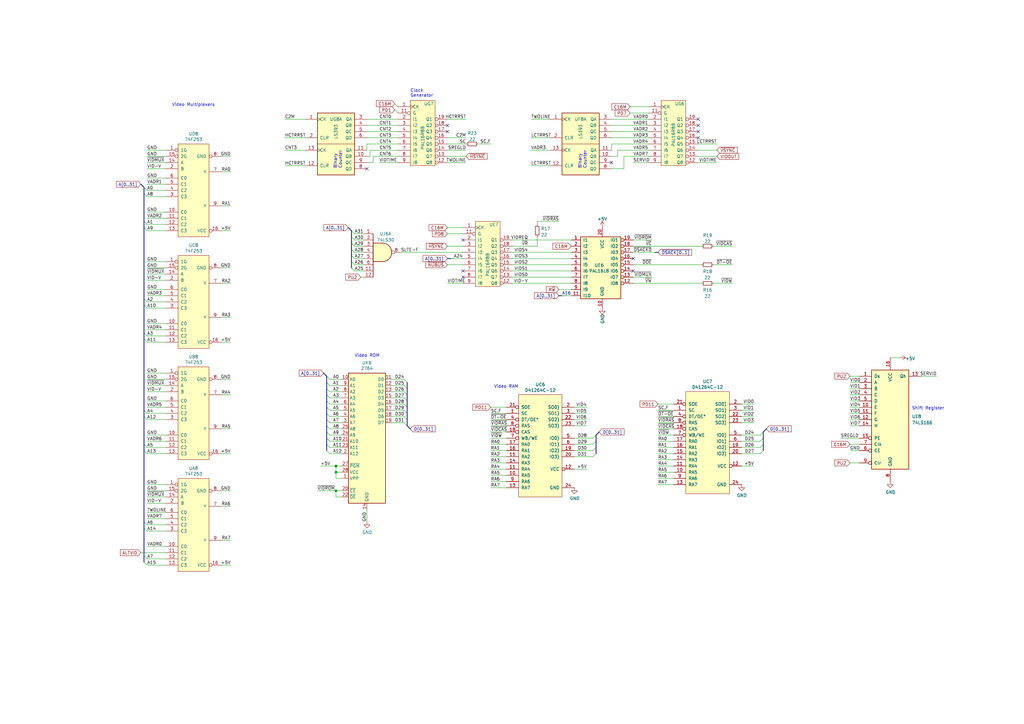
<source format=kicad_sch>
(kicad_sch (version 20230121) (generator eeschema)
  (paper "A3")
  (title_block (title "ROM & RAM Address Muxes") (date "2022-10-15") (rev "5") (company "Simplified by James Wood — j-w.co"))
  (lib_symbols
    (symbol "74xx:74LS166" (pin_names (offset 1.016))
      (property "Reference" "U" (at -7.62 21.59 0))
      (property "Value" "74LS166" (at -7.62 -21.59 0))
      (symbol "74LS166_1_0"
        (pin input line (at -12.7 17.78 0) (length 5.08) (name "Ds") (number "1"))
        (pin input line (at -12.7 5.08 0) (length 5.08) (name "E") (number "10"))
        (pin input line (at -12.7 2.54 0) (length 5.08) (name "F") (number "11"))
        (pin input line (at -12.7 0 0) (length 5.08) (name "G") (number "12"))
        (pin output line (at 12.7 17.78 180) (length 5.08) (name "Qh") (number "13"))
        (pin input line (at -12.7 -2.54 0) (length 5.08) (name "H") (number "14"))
        (pin input inverted (at -12.7 -7.62 0) (length 5.08) (name "PE") (number "15"))
        (pin power_in line (at 0 25.4 270) (length 5.08) (name "VCC") (number "16"))
        (pin input line (at -12.7 15.24 0) (length 5.08) (name "A") (number "2"))
        (pin input line (at -12.7 12.7 0) (length 5.08) (name "B") (number "3"))
        (pin input line (at -12.7 10.16 0) (length 5.08) (name "C") (number "4"))
        (pin input line (at -12.7 7.62 0) (length 5.08) (name "D") (number "5"))
        (pin input inverted (at -12.7 -12.7 0) (length 5.08) (name "CE") (number "6"))
        (pin input line (at -12.7 -10.16 0) (length 5.08) (name "Clk") (number "7"))
        (pin power_in line (at 0 -25.4 90) (length 5.08) (name "GND") (number "8"))
        (pin input inverted (at -12.7 -17.78 0) (length 5.08) (name "Clr") (number "9"))
      )
    )
    (symbol "74xx:74LS30" (pin_names (offset 1.016))
      (property "Reference" "U" (at 0 1.27 0))
      (property "Value" "74LS30" (at 0 -1.27 0))
      (symbol "74LS30_1_1"
        (pin input line (at -7.62 7.62 0) (length 3.81) (name "~") (number "1"))
        (pin input line (at -7.62 -7.62 0) (length 3.81) (name "~") (number "11"))
        (pin input line (at -7.62 -10.16 0) (length 3.81) (name "~") (number "12"))
        (pin input line (at -7.62 5.08 0) (length 3.81) (name "~") (number "2"))
        (pin input line (at -7.62 2.54 0) (length 3.81) (name "~") (number "3"))
        (pin input line (at -7.62 0 0) (length 3.81) (name "~") (number "4"))
        (pin input line (at -7.62 -2.54 0) (length 3.81) (name "~") (number "5"))
        (pin input line (at -7.62 -5.08 0) (length 3.81) (name "~") (number "6"))
        (pin output inverted (at 7.62 0 180) (length 3.81) (name "~") (number "8"))
      )
      (symbol "74LS30_1_2"
        (pin input inverted (at -7.62 7.62 0) (length 3.81) (name "~") (number "1"))
        (pin input inverted (at -7.62 -7.62 0) (length 3.81) (name "~") (number "11"))
        (pin input inverted (at -7.62 -10.16 0) (length 3.81) (name "~") (number "12"))
        (pin input inverted (at -7.62 5.08 0) (length 3.81) (name "~") (number "2"))
        (pin input inverted (at -7.62 2.54 0) (length 4.5466) (name "~") (number "3"))
        (pin input inverted (at -7.62 0 0) (length 5.08) (name "~") (number "4"))
        (pin input inverted (at -7.62 -2.54 0) (length 4.5466) (name "~") (number "5"))
        (pin input inverted (at -7.62 -5.08 0) (length 3.81) (name "~") (number "6"))
        (pin output line (at 7.62 0 180) (length 3.81) (name "~") (number "8"))
      )
      (symbol "74LS30_2_0"
        (pin power_in line (at 0 12.7 270) (length 5.08) (name "VCC") (number "14"))
        (pin power_in line (at 0 -12.7 90) (length 5.08) (name "GND") (number "7"))
      )
    )
    (symbol "Device:R_Small" (pin_numbers hide) (pin_names (offset 0.254) hide)
      (property "Reference" "R" (at 0.762 0.508 0))
      (property "Value" "R_Small" (at 0.762 -1.016 0))
      (symbol "R_Small_1_1"
        (pin passive line (at 0 2.54 270) (length 0.762) (name "~") (number "1"))
        (pin passive line (at 0 -2.54 90) (length 0.762) (name "~") (number "2"))
      )
    )
    (symbol "Logic_Programmable:PAL16L8" (pin_names (offset 1.016))
      (property "Reference" "U" (at -8.89 16.51 0))
      (property "Value" "PAL16L8" (at 1.27 16.51 0))
      (symbol "PAL16L8_0_0"
        (pin power_in line (at 0 -15.24 90) (length 3.81) (name "GND") (number "10"))
        (pin power_in line (at 0 17.78 270) (length 3.81) (name "VCC") (number "20"))
      )
      (symbol "PAL16L8_1_1"
        (pin input line (at -12.7 12.7 0) (length 3.81) (name "I1") (number "1"))
        (pin input line (at -12.7 -10.16 0) (length 3.81) (name "I10") (number "11"))
        (pin tri_state inverted (at 12.7 -5.08 180) (length 5.08) (name "IO8") (number "12"))
        (pin tri_state inverted (at 12.7 -2.54 180) (length 5.08) (name "IO7") (number "13"))
        (pin tri_state inverted (at 12.7 0 180) (length 5.08) (name "IO6") (number "14"))
        (pin tri_state inverted (at 12.7 2.54 180) (length 5.08) (name "IO5") (number "15"))
        (pin tri_state inverted (at 12.7 5.08 180) (length 5.08) (name "IO4") (number "16"))
        (pin tri_state inverted (at 12.7 7.62 180) (length 5.08) (name "I03") (number "17"))
        (pin tri_state inverted (at 12.7 10.16 180) (length 5.08) (name "IO2") (number "18"))
        (pin tri_state inverted (at 12.7 12.7 180) (length 5.08) (name "IO1") (number "19"))
        (pin input line (at -12.7 10.16 0) (length 3.81) (name "I2") (number "2"))
        (pin input line (at -12.7 7.62 0) (length 3.81) (name "I3") (number "3"))
        (pin input line (at -12.7 5.08 0) (length 3.81) (name "I4") (number "4"))
        (pin input line (at -12.7 2.54 0) (length 3.81) (name "I5") (number "5"))
        (pin input line (at -12.7 0 0) (length 3.81) (name "I6") (number "6"))
        (pin input line (at -12.7 -2.54 0) (length 3.81) (name "I7") (number "7"))
        (pin input line (at -12.7 -5.08 0) (length 3.81) (name "I8") (number "8"))
        (pin input line (at -12.7 -7.62 0) (length 3.81) (name "I9") (number "9"))
      )
    )
    (symbol "Macintosh-SE30-Main-Logic-Board-rescue:2764-Memory_EPROM"
      (property "Reference" "U" (at 0 26.67 0))
      (property "Value" "Macintosh-SE30-Main-Logic-Board-rescue_2764-Memory_EPROM" (at -2.54 24.13 0))
      (symbol "2764-Memory_EPROM_1_1"
        (pin input line (at -10.16 -20.32 0) (length 2.54) (name "VPP") (number "1"))
        (pin input line (at -10.16 20.32 0) (length 2.54) (name "A0") (number "10"))
        (pin tri_state line (at 10.16 20.32 180) (length 2.54) (name "D0") (number "11"))
        (pin tri_state line (at 10.16 17.78 180) (length 2.54) (name "D1") (number "12"))
        (pin tri_state line (at 10.16 15.24 180) (length 2.54) (name "D2") (number "13"))
        (pin power_in line (at 0 -33.02 90) (length 2.54) (name "GND") (number "14"))
        (pin tri_state line (at 10.16 12.7 180) (length 2.54) (name "D3") (number "15"))
        (pin tri_state line (at 10.16 10.16 180) (length 2.54) (name "D4") (number "16"))
        (pin tri_state line (at 10.16 7.62 180) (length 2.54) (name "D5") (number "17"))
        (pin tri_state line (at 10.16 5.08 180) (length 2.54) (name "D6") (number "18"))
        (pin tri_state line (at 10.16 2.54 180) (length 2.54) (name "D7") (number "19"))
        (pin input line (at -10.16 -10.16 0) (length 2.54) (name "A12") (number "2"))
        (pin input line (at -10.16 -25.4 0) (length 2.54) (name "~{CE}") (number "20"))
        (pin input line (at -10.16 -5.08 0) (length 2.54) (name "A10") (number "21"))
        (pin input line (at -10.16 -27.94 0) (length 2.54) (name "~{OE}") (number "22"))
        (pin input line (at -10.16 -7.62 0) (length 2.54) (name "A11") (number "23"))
        (pin input line (at -10.16 -2.54 0) (length 2.54) (name "A9") (number "24"))
        (pin input line (at -10.16 0 0) (length 2.54) (name "A8") (number "25"))
        (pin no_connect line (at 7.62 0 180) (length 2.54) hide (name "NC") (number "26"))
        (pin input line (at -10.16 -15.24 0) (length 2.54) (name "~{PGM}") (number "27"))
        (pin power_in line (at -10.16 -17.78 0) (length 2.54) (name "VCC") (number "28"))
        (pin input line (at -10.16 2.54 0) (length 2.54) (name "A7") (number "3"))
        (pin input line (at -10.16 5.08 0) (length 2.54) (name "A6") (number "4"))
        (pin input line (at -10.16 7.62 0) (length 2.54) (name "A5") (number "5"))
        (pin input line (at -10.16 10.16 0) (length 2.54) (name "A4") (number "6"))
        (pin input line (at -10.16 12.7 0) (length 2.54) (name "A3") (number "7"))
        (pin input line (at -10.16 15.24 0) (length 2.54) (name "A2") (number "8"))
        (pin input line (at -10.16 17.78 0) (length 2.54) (name "A1") (number "9"))
      )
    )
    (symbol "Macintosh_SE_30_Components:74F253" (pin_names (offset 1.016))
      (property "Reference" "U" (at 6.35 2.54 0))
      (property "Value" "74F253" (at 6.35 0 0))
      (symbol "74F253_1_0"
        (pin passive inverted (at -5.08 -3.81 0) (length 5.08) (name "1G") (number "1"))
        (pin passive line (at -5.08 -29.21 0) (length 5.08) (name "C0") (number "10"))
        (pin passive line (at -5.08 -31.75 0) (length 5.08) (name "C1") (number "11"))
        (pin passive line (at -5.08 -34.29 0) (length 5.08) (name "C2") (number "12"))
        (pin passive line (at -5.08 -36.83 0) (length 5.08) (name "C3") (number "13"))
        (pin passive line (at -5.08 -8.89 0) (length 5.08) (name "A") (number "14"))
        (pin passive inverted (at -5.08 -6.35 0) (length 5.08) (name "2G") (number "15"))
        (pin power_in inverted (at 17.78 -36.83 180) (length 5.08) (name "VCC") (number "16"))
        (pin passive line (at -5.08 -11.43 0) (length 5.08) (name "B") (number "2"))
        (pin passive line (at -5.08 -22.86 0) (length 5.08) (name "C3") (number "3"))
        (pin passive line (at -5.08 -20.32 0) (length 5.08) (name "C2") (number "4"))
        (pin passive line (at -5.08 -17.78 0) (length 5.08) (name "C1") (number "5"))
        (pin passive line (at -5.08 -15.24 0) (length 5.08) (name "C0") (number "6"))
        (pin passive line (at 17.78 -12.7 180) (length 5.08) (name "Y") (number "7"))
        (pin passive inverted (at 17.78 -6.35 180) (length 5.08) (name "GND") (number "8"))
        (pin passive line (at 17.78 -26.67 180) (length 5.08) (name "Y") (number "9"))
      )
    )
    (symbol "Macintosh_SE_30_Components:D41264C-12" (pin_names (offset 1.016))
      (property "Reference" "U" (at 2.54 3.81 0))
      (property "Value" "D41264C-12" (at 3.81 0 0))
      (symbol "D41264C-12_1_0"
        (pin passive line (at -10.16 -8.89 0) (length 5.08) (name "SC") (number "1"))
        (pin passive line (at -10.16 -34.29 0) (length 5.08) (name "RA5") (number "10"))
        (pin passive line (at -10.16 -31.75 0) (length 5.08) (name "RA4") (number "11"))
        (pin power_in inverted (at 17.78 -31.75 180) (length 5.08) (name "VCC") (number "12"))
        (pin passive line (at -10.16 -39.37 0) (length 5.08) (name "RA7") (number "13"))
        (pin passive line (at -10.16 -29.21 0) (length 5.08) (name "RA3") (number "14"))
        (pin passive line (at -10.16 -26.67 0) (length 5.08) (name "RA2") (number "15"))
        (pin passive line (at -10.16 -24.13 0) (length 5.08) (name "RA1") (number "16"))
        (pin passive line (at -10.16 -21.59 0) (length 5.08) (name "RA0") (number "17"))
        (pin passive inverted (at -10.16 -16.51 0) (length 5.08) (name "CAS") (number "18"))
        (pin passive line (at 17.78 -24.13 180) (length 5.08) (name "IO2)") (number "19"))
        (pin passive line (at 17.78 -6.35 180) (length 5.08) (name "SO0)") (number "2"))
        (pin passive line (at 17.78 -26.67 180) (length 5.08) (name "IO3)") (number "20"))
        (pin passive inverted (at -10.16 -6.35 0) (length 5.08) (name "SOE") (number "21"))
        (pin passive line (at 17.78 -11.43 180) (length 5.08) (name "SO2)") (number "22"))
        (pin passive line (at 17.78 -13.97 180) (length 5.08) (name "SO3)") (number "23"))
        (pin passive line (at 17.78 -39.37 180) (length 5.08) (name "GND") (number "24"))
        (pin passive line (at 17.78 -8.89 180) (length 5.08) (name "SO1)") (number "3"))
        (pin passive inverted (at -10.16 -11.43 0) (length 5.08) (name "DT/OE*") (number "4"))
        (pin passive line (at 17.78 -19.05 180) (length 5.08) (name "IO0)") (number "5"))
        (pin passive line (at 17.78 -21.59 180) (length 5.08) (name "IO1)") (number "6"))
        (pin passive inverted (at -10.16 -19.05 0) (length 5.08) (name "WB/WE") (number "7"))
        (pin passive inverted (at -10.16 -13.97 0) (length 5.08) (name "RAS") (number "8"))
        (pin passive line (at -10.16 -36.83 0) (length 5.08) (name "RA6") (number "9"))
      )
    )
    (symbol "Macintosh_SE_30_Components:LS393" (pin_names (offset 1.016))
      (property "Reference" "U" (at 0 8.89 0))
      (property "Value" "LS393" (at 0 6.35 0))
      (symbol "LS393_1_0"
        (pin input clock (at -12.7 2.54 0) (length 5.08) (name "CK") (number "1"))
        (pin output line (at 12.7 -12.7 180) (length 5.08) (name "QB") (number "10"))
        (pin output line (at 12.7 -10.16 180) (length 5.08) (name "QA") (number "11"))
        (pin passive line (at -12.7 -16.51 0) (length 5.08) (name "CLR") (number "12"))
        (pin input clock (at -12.7 -10.16 0) (length 5.08) (name "CK") (number "13"))
        (pin input line (at -12.7 -5.08 0) (length 5.08) (name "CLR") (number "2"))
        (pin output line (at 12.7 2.54 180) (length 5.08) (name "QA") (number "3"))
        (pin output line (at 12.7 0 180) (length 5.08) (name "QB") (number "4"))
        (pin output line (at 12.7 -2.54 180) (length 5.08) (name "QC") (number "5"))
        (pin output line (at 12.7 -5.08 180) (length 5.08) (name "QD") (number "6"))
        (pin output line (at 12.7 -17.78 180) (length 5.08) (name "QD") (number "8"))
        (pin output line (at 12.7 -15.24 180) (length 5.08) (name "QC") (number "9"))
      )
      (symbol "LS393_2_0"
        (pin output line (at 12.7 0 180) (length 5.08) (name "Q1") (number "10"))
        (pin output line (at 12.7 2.54 180) (length 5.08) (name "Q0") (number "11"))
        (pin input line (at -12.7 -5.08 0) (length 5.08) (name "MR") (number "12"))
        (pin input clock (at -12.7 2.54 0) (length 5.08) (name "CP") (number "13"))
        (pin output line (at 12.7 -5.08 180) (length 5.08) (name "Q3") (number "8"))
        (pin output line (at 12.7 -2.54 180) (length 5.08) (name "Q2") (number "9"))
      )
      (symbol "LS393_3_0"
        (pin power_in line (at 0 12.7 270) (length 5.08) (name "VCC") (number "14"))
        (pin power_in line (at 0 -12.7 90) (length 5.08) (name "GND") (number "7"))
      )
    )
    (symbol "Macintosh_SE_30_Components:PAL16R8B" (pin_names (offset 1.016))
      (property "Reference" "U" (at 2.54 -30.48 0))
      (property "Value" "PAL16R8B" (at 0 0 0))
      (symbol "PAL16R8B_1_0"
        (pin input clock (at -7.62 -3.81 0) (length 5.08) (name "CK") (number "1"))
        (pin passive inverted (at -7.62 -6.35 0) (length 5.08) (name "G") (number "11"))
        (pin passive inverted (at 12.7 -26.67 180) (length 5.08) (name "Q8") (number "12"))
        (pin passive inverted (at 12.7 -24.13 180) (length 5.08) (name "Q7") (number "13"))
        (pin passive inverted (at 12.7 -21.59 180) (length 5.08) (name "Q6") (number "14"))
        (pin passive inverted (at 12.7 -19.05 180) (length 5.08) (name "Q5") (number "15"))
        (pin passive inverted (at 12.7 -16.51 180) (length 5.08) (name "Q4") (number "16"))
        (pin passive inverted (at 12.7 -13.97 180) (length 5.08) (name "Q3") (number "17"))
        (pin passive inverted (at 12.7 -11.43 180) (length 5.08) (name "Q2") (number "18"))
        (pin passive inverted (at 12.7 -8.89 180) (length 5.08) (name "Q1") (number "19"))
        (pin passive line (at -7.62 -8.89 0) (length 5.08) (name "I1") (number "2"))
        (pin passive line (at -7.62 -11.43 0) (length 5.08) (name "I2") (number "3"))
        (pin passive line (at -7.62 -13.97 0) (length 5.08) (name "I3") (number "4"))
        (pin passive line (at -7.62 -16.51 0) (length 5.08) (name "I4") (number "5"))
        (pin passive line (at -7.62 -19.05 0) (length 5.08) (name "I5") (number "6"))
        (pin passive line (at -7.62 -21.59 0) (length 5.08) (name "I6") (number "7"))
        (pin passive line (at -7.62 -24.13 0) (length 5.08) (name "I7") (number "8"))
        (pin passive line (at -7.62 -26.67 0) (length 5.08) (name "I8") (number "9"))
      )
    )
    (symbol "power:+5V" (power) (pin_names (offset 0))
      (property "Value" "+5V" (at 0 3.556 0))
      (symbol "+5V_1_1"
        (pin power_in line (at 0 0 90) (length 0) hide (name "+5V") (number "1"))
      )
    )
    (symbol "power:GND" (power) (pin_names (offset 0))
      (property "Value" "GND" (at 0 -3.81 0))
      (symbol "GND_1_1"
        (pin power_in line (at 0 0 270) (length 0) hide (name "GND") (number "1"))
      )
    )
  )
  (junction (at 137.795 191.135))
  (junction (at 137.795 201.295))
  (junction (at 137.795 193.675))
  (no_connect (at 189.865 113.665))
  (no_connect (at 286.385 56.515))
  (no_connect (at 259.715 111.125))
  (no_connect (at 286.385 48.895))
  (no_connect (at 250.825 66.675))
  (no_connect (at 189.865 98.425))
  (no_connect (at 286.385 51.435))
  (no_connect (at 259.715 106.045))
  (no_connect (at 150.495 69.215))
  (no_connect (at 183.515 53.975))
  (no_connect (at 183.515 51.435))
  (no_connect (at 286.385 53.975))
  (no_connect (at 189.865 111.125))
  (bus_entry (at 59.055 170.815) (size 1.27 1.27))
  (bus_entry (at 133.985 154.305) (size 1.27 1.27))
  (bus_entry (at 59.055 216.535) (size 1.27 1.27))
  (bus_entry (at 133.985 169.545) (size 1.27 1.27))
  (bus_entry (at 133.985 172.085) (size 1.27 1.27))
  (bus_entry (at 133.985 184.785) (size 1.27 1.27))
  (bus_entry (at 144.145 109.855) (size 1.27 1.27))
  (bus_entry (at 186.055 106.045) (size -1.27 0))
  (bus_entry (at 59.055 227.965) (size 1.27 1.27))
  (bus_entry (at 59.055 122.555) (size 1.27 1.27))
  (bus_entry (at 167.005 164.465) (size -1.27 -1.27))
  (bus_entry (at 231.775 121.285) (size -1.27 0))
  (bus_entry (at 167.005 174.625) (size -1.27 -1.27))
  (bus_entry (at 133.985 164.465) (size 1.27 1.27))
  (bus_entry (at 59.055 136.525) (size 1.27 1.27))
  (bus_entry (at 267.335 103.505) (size 1.27 0))
  (bus_entry (at 59.055 213.995) (size 1.27 1.27))
  (bus_entry (at 244.475 180.975) (size -1.27 1.27))
  (bus_entry (at 133.985 156.845) (size 1.27 1.27))
  (bus_entry (at 59.055 79.375) (size 1.27 1.27))
  (bus_entry (at 59.055 230.505) (size 1.27 1.27))
  (bus_entry (at 144.145 104.775) (size 1.27 1.27))
  (bus_entry (at 167.005 167.005) (size -1.27 -1.27))
  (bus_entry (at 167.005 161.925) (size -1.27 -1.27))
  (bus_entry (at 133.985 182.245) (size 1.27 1.27))
  (bus_entry (at 313.055 182.245) (size -1.27 1.27))
  (bus_entry (at 59.055 93.345) (size 1.27 1.27))
  (bus_entry (at 144.145 102.235) (size 1.27 1.27))
  (bus_entry (at 133.985 161.925) (size 1.27 1.27))
  (bus_entry (at 313.055 184.785) (size -1.27 1.27))
  (bus_entry (at 59.055 90.805) (size 1.27 1.27))
  (bus_entry (at 59.055 139.065) (size 1.27 1.27))
  (bus_entry (at 167.005 172.085) (size -1.27 -1.27))
  (bus_entry (at 144.145 94.615) (size 1.27 1.27))
  (bus_entry (at 167.005 156.845) (size -1.27 -1.27))
  (bus_entry (at 133.985 179.705) (size 1.27 1.27))
  (bus_entry (at 133.985 177.165) (size 1.27 1.27))
  (bus_entry (at 144.145 107.315) (size 1.27 1.27))
  (bus_entry (at 59.055 168.275) (size 1.27 1.27))
  (bus_entry (at 231.775 121.285) (size -1.27 0))
  (bus_entry (at 133.985 174.625) (size 1.27 1.27))
  (bus_entry (at 244.475 186.055) (size -1.27 1.27))
  (bus_entry (at 167.005 169.545) (size -1.27 -1.27))
  (bus_entry (at 313.055 177.165) (size -1.27 1.27))
  (bus_entry (at 59.055 76.835) (size 1.27 1.27))
  (bus_entry (at 144.145 99.695) (size 1.27 1.27))
  (bus_entry (at 244.475 178.435) (size -1.27 1.27))
  (bus_entry (at 59.055 184.785) (size 1.27 1.27))
  (bus_entry (at 59.055 182.245) (size 1.27 1.27))
  (bus_entry (at 133.985 167.005) (size 1.27 1.27))
  (bus_entry (at 167.005 159.385) (size -1.27 -1.27))
  (bus_entry (at 144.145 97.155) (size 1.27 1.27))
  (bus_entry (at 313.055 179.705) (size -1.27 1.27))
  (bus_entry (at 59.055 125.095) (size 1.27 1.27))
  (bus_entry (at 244.475 183.515) (size -1.27 1.27))
  (bus_entry (at 133.985 159.385) (size 1.27 1.27))
  (bus (pts (xy 313.055 182.245) (xy 313.055 184.785)))
  (wire (pts (xy 90.805 116.205) (xy 94.615 116.205)))
  (wire (pts (xy 258.445 43.815) (xy 266.065 43.815)))
  (wire (pts (xy 67.945 183.515) (xy 60.325 183.515)))
  (wire (pts (xy 94.615 94.615) (xy 90.805 94.615)))
  (wire (pts (xy 255.905 69.215) (xy 255.905 64.135)))
  (wire (pts (xy 235.585 172.085) (xy 240.665 172.085)))
  (wire (pts (xy 235.585 169.545) (xy 240.665 169.545)))
  (wire (pts (xy 57.785 226.695) (xy 67.945 226.695)))
  (wire (pts (xy 259.715 66.675) (xy 266.065 66.675)))
  (wire (pts (xy 217.805 56.515) (xy 225.425 56.515)))
  (wire (pts (xy 294.005 61.595) (xy 286.385 61.595)))
  (wire (pts (xy 130.175 201.295) (xy 137.795 201.295)))
  (bus (pts (xy 133.985 169.545) (xy 133.985 172.085)))
  (wire (pts (xy 140.335 168.275) (xy 135.255 168.275)))
  (wire (pts (xy 255.905 64.135) (xy 266.065 64.135)))
  (wire (pts (xy 201.295 200.025) (xy 207.645 200.025)))
  (bus (pts (xy 167.005 164.465) (xy 167.005 161.925)))
  (wire (pts (xy 210.185 116.205) (xy 234.315 116.205)))
  (wire (pts (xy 201.295 189.865) (xy 207.645 189.865)))
  (wire (pts (xy 150.495 51.435) (xy 163.195 51.435)))
  (wire (pts (xy 137.795 191.135) (xy 140.335 191.135)))
  (wire (pts (xy 220.345 90.805) (xy 229.235 90.805)))
  (wire (pts (xy 150.495 66.675) (xy 153.035 66.675)))
  (bus (pts (xy 133.985 172.085) (xy 133.985 174.625)))
  (bus (pts (xy 245.745 177.165) (xy 244.475 178.435)))
  (bus (pts (xy 167.005 172.085) (xy 167.005 169.545)))
  (wire (pts (xy 229.235 118.745) (xy 234.315 118.745)))
  (wire (pts (xy 201.295 182.245) (xy 207.645 182.245)))
  (bus (pts (xy 144.145 102.235) (xy 144.145 104.775)))
  (wire (pts (xy 137.795 196.215) (xy 140.335 196.215)))
  (bus (pts (xy 244.475 180.975) (xy 244.475 183.515)))
  (wire (pts (xy 90.805 221.615) (xy 94.615 221.615)))
  (wire (pts (xy 150.495 48.895) (xy 163.195 48.895)))
  (wire (pts (xy 294.005 66.675) (xy 286.385 66.675)))
  (wire (pts (xy 153.035 66.675) (xy 153.035 64.135)))
  (wire (pts (xy 60.325 126.365) (xy 67.945 126.365)))
  (wire (pts (xy 348.615 189.865) (xy 352.425 189.865)))
  (wire (pts (xy 269.875 188.595) (xy 276.225 188.595)))
  (wire (pts (xy 235.585 179.705) (xy 243.205 179.705)))
  (wire (pts (xy 201.295 184.785) (xy 207.645 184.785)))
  (wire (pts (xy 201.295 187.325) (xy 207.645 187.325)))
  (bus (pts (xy 59.055 170.815) (xy 59.055 168.275)))
  (bus (pts (xy 144.145 99.695) (xy 144.145 102.235)))
  (wire (pts (xy 94.615 130.175) (xy 90.805 130.175)))
  (wire (pts (xy 94.615 175.895) (xy 90.805 175.895)))
  (wire (pts (xy 116.84 56.515) (xy 125.095 56.515)))
  (wire (pts (xy 250.825 53.975) (xy 266.065 53.975)))
  (wire (pts (xy 116.84 67.945) (xy 125.095 67.945)))
  (wire (pts (xy 183.515 100.965) (xy 189.865 100.965)))
  (wire (pts (xy 258.445 46.355) (xy 266.065 46.355)))
  (wire (pts (xy 352.425 164.465) (xy 348.615 164.465)))
  (wire (pts (xy 292.735 116.205) (xy 300.355 116.205)))
  (wire (pts (xy 94.615 64.135) (xy 90.805 64.135)))
  (wire (pts (xy 60.325 61.595) (xy 67.945 61.595)))
  (bus (pts (xy 59.055 122.555) (xy 59.055 125.095)))
  (wire (pts (xy 60.325 118.745) (xy 67.945 118.745)))
  (wire (pts (xy 269.875 178.435) (xy 276.225 178.435)))
  (wire (pts (xy 137.795 193.675) (xy 137.795 196.215)))
  (wire (pts (xy 183.515 48.895) (xy 191.135 48.895)))
  (bus (pts (xy 59.055 182.245) (xy 59.055 170.815)))
  (wire (pts (xy 207.645 172.085) (xy 201.295 172.085)))
  (wire (pts (xy 269.875 193.675) (xy 276.225 193.675)))
  (bus (pts (xy 167.005 167.005) (xy 167.005 164.465)))
  (wire (pts (xy 269.875 191.135) (xy 276.225 191.135)))
  (bus (pts (xy 57.785 75.565) (xy 59.055 76.835)))
  (wire (pts (xy 344.805 179.705) (xy 352.425 179.705)))
  (wire (pts (xy 269.875 180.975) (xy 276.225 180.975)))
  (wire (pts (xy 269.875 183.515) (xy 276.225 183.515)))
  (wire (pts (xy 210.185 100.965) (xy 220.345 100.965)))
  (wire (pts (xy 183.515 56.515) (xy 191.135 56.515)))
  (wire (pts (xy 234.315 98.425) (xy 210.185 98.425)))
  (bus (pts (xy 244.475 183.515) (xy 244.475 186.055)))
  (bus (pts (xy 314.325 175.895) (xy 313.055 177.165)))
  (bus (pts (xy 59.055 216.535) (xy 59.055 213.995)))
  (wire (pts (xy 201.295 197.485) (xy 207.645 197.485)))
  (wire (pts (xy 259.715 103.505) (xy 267.335 103.505)))
  (wire (pts (xy 160.655 165.735) (xy 165.735 165.735)))
  (wire (pts (xy 240.665 174.625) (xy 235.585 174.625)))
  (wire (pts (xy 304.165 186.055) (xy 311.785 186.055)))
  (wire (pts (xy 234.315 111.125) (xy 210.185 111.125)))
  (wire (pts (xy 217.805 67.945) (xy 225.425 67.945)))
  (wire (pts (xy 67.945 78.105) (xy 60.325 78.105)))
  (wire (pts (xy 90.805 207.645) (xy 94.615 207.645)))
  (wire (pts (xy 151.765 61.595) (xy 163.195 61.595)))
  (wire (pts (xy 67.945 75.565) (xy 60.325 75.565)))
  (wire (pts (xy 160.655 163.195) (xy 165.735 163.195)))
  (wire (pts (xy 67.945 180.975) (xy 60.325 180.975)))
  (wire (pts (xy 191.135 66.675) (xy 183.515 66.675)))
  (bus (pts (xy 268.605 103.505) (xy 269.875 103.505)))
  (wire (pts (xy 60.325 160.655) (xy 67.945 160.655)))
  (wire (pts (xy 207.645 179.705) (xy 201.295 179.705)))
  (bus (pts (xy 59.055 125.095) (xy 59.055 136.525)))
  (wire (pts (xy 196.215 59.055) (xy 201.295 59.055)))
  (wire (pts (xy 94.615 140.335) (xy 90.805 140.335)))
  (wire (pts (xy 231.775 121.285) (xy 234.315 121.285)))
  (wire (pts (xy 304.165 173.355) (xy 309.245 173.355)))
  (wire (pts (xy 140.335 180.975) (xy 135.255 180.975)))
  (wire (pts (xy 140.335 203.835) (xy 137.795 203.835)))
  (wire (pts (xy 235.585 182.245) (xy 243.205 182.245)))
  (wire (pts (xy 67.945 186.055) (xy 60.325 186.055)))
  (wire (pts (xy 311.785 178.435) (xy 304.165 178.435)))
  (wire (pts (xy 67.945 135.255) (xy 60.325 135.255)))
  (wire (pts (xy 60.325 164.465) (xy 67.945 164.465)))
  (wire (pts (xy 217.805 48.895) (xy 225.425 48.895)))
  (wire (pts (xy 269.875 170.815) (xy 276.225 170.815)))
  (wire (pts (xy 300.355 108.585) (xy 292.735 108.585)))
  (bus (pts (xy 133.985 154.305) (xy 132.715 153.035)))
  (wire (pts (xy 183.515 95.885) (xy 189.865 95.885)))
  (bus (pts (xy 59.055 230.505) (xy 59.055 227.965)))
  (wire (pts (xy 116.84 48.895) (xy 125.095 48.895)))
  (wire (pts (xy 67.945 94.615) (xy 60.325 94.615)))
  (wire (pts (xy 287.655 108.585) (xy 259.715 108.585)))
  (bus (pts (xy 167.005 174.625) (xy 167.005 172.085)))
  (bus (pts (xy 167.005 169.545) (xy 167.005 167.005)))
  (wire (pts (xy 60.325 86.995) (xy 67.945 86.995)))
  (wire (pts (xy 94.615 109.855) (xy 90.805 109.855)))
  (wire (pts (xy 60.325 132.715) (xy 67.945 132.715)))
  (bus (pts (xy 168.275 175.895) (xy 167.005 174.625)))
  (wire (pts (xy 304.165 183.515) (xy 311.785 183.515)))
  (wire (pts (xy 300.355 100.965) (xy 292.735 100.965)))
  (bus (pts (xy 144.145 104.775) (xy 144.145 107.315)))
  (wire (pts (xy 60.325 178.435) (xy 67.945 178.435)))
  (wire (pts (xy 259.715 116.205) (xy 287.655 116.205)))
  (wire (pts (xy 304.165 168.275) (xy 309.245 168.275)))
  (wire (pts (xy 287.655 100.965) (xy 259.715 100.965)))
  (wire (pts (xy 94.615 201.295) (xy 90.805 201.295)))
  (wire (pts (xy 151.765 64.135) (xy 151.765 61.595)))
  (bus (pts (xy 133.985 159.385) (xy 133.985 161.925)))
  (wire (pts (xy 67.945 172.085) (xy 60.325 172.085)))
  (wire (pts (xy 94.615 186.055) (xy 90.805 186.055)))
  (wire (pts (xy 60.325 140.335) (xy 67.945 140.335)))
  (wire (pts (xy 201.295 174.625) (xy 207.645 174.625)))
  (wire (pts (xy 253.365 64.135) (xy 253.365 61.595)))
  (wire (pts (xy 125.095 61.595) (xy 116.84 61.595)))
  (wire (pts (xy 352.425 167.005) (xy 348.615 167.005)))
  (wire (pts (xy 250.825 56.515) (xy 266.065 56.515)))
  (wire (pts (xy 269.875 198.755) (xy 276.225 198.755)))
  (wire (pts (xy 164.465 103.505) (xy 189.865 103.505)))
  (wire (pts (xy 90.805 70.485) (xy 94.615 70.485)))
  (wire (pts (xy 149.225 100.965) (xy 145.415 100.965)))
  (wire (pts (xy 140.335 165.735) (xy 135.255 165.735)))
  (bus (pts (xy 133.985 161.925) (xy 133.985 164.465)))
  (wire (pts (xy 67.945 229.235) (xy 60.325 229.235)))
  (wire (pts (xy 235.585 184.785) (xy 243.205 184.785)))
  (wire (pts (xy 149.225 103.505) (xy 145.415 103.505)))
  (wire (pts (xy 253.365 61.595) (xy 266.065 61.595)))
  (bus (pts (xy 59.055 184.785) (xy 59.055 182.245)))
  (wire (pts (xy 234.315 108.585) (xy 210.185 108.585)))
  (bus (pts (xy 144.145 107.315) (xy 144.145 109.855)))
  (wire (pts (xy 250.825 61.595) (xy 250.825 59.055)))
  (wire (pts (xy 352.425 174.625) (xy 348.615 174.625)))
  (bus (pts (xy 59.055 90.805) (xy 59.055 79.375)))
  (wire (pts (xy 184.785 106.045) (xy 186.055 106.045)))
  (wire (pts (xy 150.495 59.055) (xy 163.195 59.055)))
  (wire (pts (xy 286.385 59.055) (xy 294.005 59.055)))
  (wire (pts (xy 377.825 154.305) (xy 384.175 154.305)))
  (wire (pts (xy 140.335 175.895) (xy 135.255 175.895)))
  (wire (pts (xy 67.945 217.805) (xy 60.325 217.805)))
  (wire (pts (xy 149.225 111.125) (xy 145.415 111.125)))
  (wire (pts (xy 250.825 51.435) (xy 266.065 51.435)))
  (wire (pts (xy 234.315 106.045) (xy 210.185 106.045)))
  (bus (pts (xy 59.055 227.965) (xy 59.055 216.535)))
  (bus (pts (xy 167.005 159.385) (xy 167.005 156.845)))
  (wire (pts (xy 269.875 165.735) (xy 276.225 165.735)))
  (wire (pts (xy 67.945 169.545) (xy 60.325 169.545)))
  (wire (pts (xy 160.655 168.275) (xy 165.735 168.275)))
  (wire (pts (xy 140.335 173.355) (xy 135.255 173.355)))
  (wire (pts (xy 94.615 84.455) (xy 90.805 84.455)))
  (wire (pts (xy 60.325 210.185) (xy 67.945 210.185)))
  (wire (pts (xy 140.335 155.575) (xy 135.255 155.575)))
  (wire (pts (xy 140.335 178.435) (xy 135.255 178.435)))
  (wire (pts (xy 140.335 183.515) (xy 135.255 183.515)))
  (wire (pts (xy 67.945 89.535) (xy 60.325 89.535)))
  (wire (pts (xy 309.245 165.735) (xy 304.165 165.735)))
  (wire (pts (xy 60.325 64.135) (xy 67.945 64.135)))
  (wire (pts (xy 160.655 155.575) (xy 165.735 155.575)))
  (wire (pts (xy 348.615 154.305) (xy 352.425 154.305)))
  (wire (pts (xy 352.425 156.845) (xy 348.615 156.845)))
  (wire (pts (xy 191.135 61.595) (xy 183.515 61.595)))
  (wire (pts (xy 60.325 198.755) (xy 67.945 198.755)))
  (bus (pts (xy 59.055 93.345) (xy 59.055 90.805)))
  (wire (pts (xy 348.615 184.785) (xy 352.425 184.785)))
  (wire (pts (xy 161.925 45.085) (xy 163.195 46.355)))
  (wire (pts (xy 60.325 155.575) (xy 67.945 155.575)))
  (wire (pts (xy 140.335 160.655) (xy 135.255 160.655)))
  (bus (pts (xy 167.005 161.925) (xy 167.005 159.385)))
  (wire (pts (xy 60.325 114.935) (xy 67.945 114.935)))
  (wire (pts (xy 352.425 169.545) (xy 348.615 169.545)))
  (bus (pts (xy 133.985 177.165) (xy 133.985 179.705)))
  (wire (pts (xy 67.945 112.395) (xy 60.325 112.395)))
  (bus (pts (xy 313.055 177.165) (xy 313.055 179.705)))
  (wire (pts (xy 207.645 177.165) (xy 201.295 177.165)))
  (wire (pts (xy 201.295 167.005) (xy 207.645 167.005)))
  (wire (pts (xy 235.585 167.005) (xy 240.665 167.005)))
  (wire (pts (xy 60.325 66.675) (xy 67.945 66.675)))
  (bus (pts (xy 133.985 164.465) (xy 133.985 167.005)))
  (wire (pts (xy 240.665 192.405) (xy 235.585 192.405)))
  (wire (pts (xy 60.325 153.035) (xy 67.945 153.035)))
  (bus (pts (xy 144.145 94.615) (xy 144.145 97.155)))
  (wire (pts (xy 352.425 161.925) (xy 348.615 161.925)))
  (wire (pts (xy 140.335 158.115) (xy 135.255 158.115)))
  (bus (pts (xy 59.055 79.375) (xy 59.055 76.835)))
  (wire (pts (xy 201.295 169.545) (xy 207.645 169.545)))
  (wire (pts (xy 191.135 64.135) (xy 183.515 64.135)))
  (wire (pts (xy 67.945 231.775) (xy 60.325 231.775)))
  (wire (pts (xy 183.515 108.585) (xy 189.865 108.585)))
  (wire (pts (xy 348.615 182.245) (xy 352.425 182.245)))
  (bus (pts (xy 133.985 182.245) (xy 133.985 184.785)))
  (wire (pts (xy 67.945 69.215) (xy 60.325 69.215)))
  (wire (pts (xy 234.315 113.665) (xy 210.185 113.665)))
  (wire (pts (xy 217.805 61.595) (xy 225.425 61.595)))
  (wire (pts (xy 149.225 108.585) (xy 145.415 108.585)))
  (wire (pts (xy 294.005 64.135) (xy 286.385 64.135)))
  (wire (pts (xy 230.505 121.285) (xy 231.775 121.285)))
  (wire (pts (xy 150.495 61.595) (xy 150.495 59.055)))
  (bus (pts (xy 313.055 179.705) (xy 313.055 182.245)))
  (wire (pts (xy 60.325 123.825) (xy 67.945 123.825)))
  (wire (pts (xy 304.165 180.975) (xy 311.785 180.975)))
  (wire (pts (xy 94.615 231.775) (xy 90.805 231.775)))
  (wire (pts (xy 183.515 59.055) (xy 191.135 59.055)))
  (wire (pts (xy 60.325 224.155) (xy 67.945 224.155)))
  (wire (pts (xy 94.615 161.925) (xy 90.805 161.925)))
  (wire (pts (xy 250.825 59.055) (xy 266.065 59.055)))
  (wire (pts (xy 250.825 64.135) (xy 253.365 64.135)))
  (wire (pts (xy 201.295 192.405) (xy 207.645 192.405)))
  (wire (pts (xy 131.445 191.135) (xy 137.795 191.135)))
  (wire (pts (xy 220.345 100.965) (xy 220.345 97.155)))
  (bus (pts (xy 59.055 184.785) (xy 59.055 213.995)))
  (wire (pts (xy 220.345 90.805) (xy 220.345 92.075)))
  (wire (pts (xy 149.225 106.045) (xy 145.415 106.045)))
  (wire (pts (xy 150.495 56.515) (xy 163.195 56.515)))
  (wire (pts (xy 160.655 158.115) (xy 165.735 158.115)))
  (wire (pts (xy 60.325 137.795) (xy 67.945 137.795)))
  (wire (pts (xy 309.245 191.135) (xy 304.165 191.135)))
  (wire (pts (xy 137.795 201.295) (xy 137.795 203.835)))
  (wire (pts (xy 67.945 80.645) (xy 60.325 80.645)))
  (wire (pts (xy 67.945 121.285) (xy 60.325 121.285)))
  (wire (pts (xy 160.655 170.815) (xy 165.735 170.815)))
  (wire (pts (xy 235.585 187.325) (xy 243.205 187.325)))
  (wire (pts (xy 137.795 201.295) (xy 140.335 201.295)))
  (wire (pts (xy 210.185 103.505) (xy 234.315 103.505)))
  (wire (pts (xy 250.825 69.215) (xy 255.905 69.215)))
  (wire (pts (xy 140.335 186.055) (xy 135.255 186.055)))
  (wire (pts (xy 137.795 193.675) (xy 140.335 193.675)))
  (wire (pts (xy 67.945 212.725) (xy 60.325 212.725)))
  (bus (pts (xy 59.055 122.555) (xy 59.055 93.345)))
  (bus (pts (xy 184.785 106.045) (xy 183.515 106.045)))
  (wire (pts (xy 183.515 93.345) (xy 189.865 93.345)))
  (wire (pts (xy 150.495 208.915) (xy 150.495 213.995)))
  (wire (pts (xy 67.945 92.075) (xy 60.325 92.075)))
  (wire (pts (xy 147.955 113.665) (xy 149.225 113.665)))
  (bus (pts (xy 133.985 156.845) (xy 133.985 159.385)))
  (wire (pts (xy 269.875 175.895) (xy 276.225 175.895)))
  (bus (pts (xy 133.985 174.625) (xy 133.985 177.165)))
  (wire (pts (xy 155.575 66.675) (xy 163.195 66.675)))
  (wire (pts (xy 149.225 95.885) (xy 145.415 95.885)))
  (wire (pts (xy 259.715 113.665) (xy 267.335 113.665)))
  (wire (pts (xy 153.035 64.135) (xy 163.195 64.135)))
  (wire (pts (xy 269.875 186.055) (xy 276.225 186.055)))
  (wire (pts (xy 160.655 173.355) (xy 165.735 173.355)))
  (wire (pts (xy 60.325 73.025) (xy 67.945 73.025)))
  (wire (pts (xy 269.875 196.215) (xy 276.225 196.215)))
  (wire (pts (xy 250.825 48.895) (xy 266.065 48.895)))
  (wire (pts (xy 94.615 155.575) (xy 90.805 155.575)))
  (wire (pts (xy 352.425 159.385) (xy 348.615 159.385)))
  (wire (pts (xy 365.125 146.685) (xy 368.935 146.685)))
  (wire (pts (xy 149.225 98.425) (xy 145.415 98.425)))
  (wire (pts (xy 269.875 173.355) (xy 276.225 173.355)))
  (bus (pts (xy 133.985 179.705) (xy 133.985 182.245)))
  (bus (pts (xy 59.055 136.525) (xy 59.055 139.065)))
  (wire (pts (xy 304.165 170.815) (xy 309.245 170.815)))
  (wire (pts (xy 150.495 64.135) (xy 151.765 64.135)))
  (wire (pts (xy 137.795 193.675) (xy 137.795 191.135)))
  (bus (pts (xy 59.055 139.065) (xy 59.055 168.275)))
  (wire (pts (xy 67.945 167.005) (xy 60.325 167.005)))
  (bus (pts (xy 244.475 178.435) (xy 244.475 180.975)))
  (wire (pts (xy 186.055 106.045) (xy 189.865 106.045)))
  (wire (pts (xy 352.425 172.085) (xy 348.615 172.085)))
  (wire (pts (xy 60.325 158.115) (xy 67.945 158.115)))
  (wire (pts (xy 140.335 163.195) (xy 135.255 163.195)))
  (bus (pts (xy 133.985 167.005) (xy 133.985 169.545)))
  (wire (pts (xy 60.325 107.315) (xy 67.945 107.315)))
  (wire (pts (xy 160.655 160.655) (xy 165.735 160.655)))
  (wire (pts (xy 161.925 42.545) (xy 163.195 43.815)))
  (wire (pts (xy 259.715 98.425) (xy 267.335 98.425)))
  (wire (pts (xy 60.325 109.855) (xy 67.945 109.855)))
  (wire (pts (xy 183.515 116.205) (xy 189.865 116.205)))
  (wire (pts (xy 150.495 53.975) (xy 163.195 53.975)))
  (wire (pts (xy 67.945 215.265) (xy 60.325 215.265)))
  (wire (pts (xy 60.325 201.295) (xy 67.945 201.295)))
  (wire (pts (xy 269.875 168.275) (xy 276.225 168.275)))
  (bus (pts (xy 230.505 121.285) (xy 229.235 121.285)))
  (wire (pts (xy 60.325 203.835) (xy 67.945 203.835)))
  (wire (pts (xy 201.295 194.945) (xy 207.645 194.945)))
  (bus (pts (xy 144.145 97.155) (xy 144.145 99.695)))
  (bus (pts (xy 142.875 93.345) (xy 144.145 94.615)))
  (wire (pts (xy 60.325 206.375) (xy 67.945 206.375)))
  (bus (pts (xy 133.985 154.305) (xy 133.985 156.845)))
  (wire (pts (xy 140.335 170.815) (xy 135.255 170.815)))
  (text "Video Multiplexers" (at 70.485 43.815 0) (effects (font (size 1.27 1.27)) (justify left bottom)))
  (text "Binary\nCounter" (at 240.665 69.215 90) (effects (font (size 1.27 1.27)) (justify left bottom)))
  (text "Clock\nGenerator" (at 168.275 40.005 0) (effects (font (size 1.27 1.27)) (justify left bottom)))
  (text "Video ROM" (at 145.415 146.685 0) (effects (font (size 1.27 1.27)) (justify left bottom)))
  (text "Binary\nCounter" (at 140.335 69.215 90) (effects (font (size 1.27 1.27)) (justify left bottom)))
  (text "Shift Register" (at 374.015 168.275 0) (effects (font (size 1.27 1.27)) (justify left bottom)))
  (text "Video RAM" (at 202.565 159.385 0) (effects (font (size 1.27 1.27)) (justify left bottom)))
  (label "RA3" (at 94.615 130.175 180))
  (label "~{DT-OE}" (at 201.295 172.085 0))
  (label "~{VIDW}" (at 300.355 116.205 180))
  (label "GND" (at 60.325 73.025 0))
  (label "CNT5" (at 155.575 61.595 0))
  (label "RA1" (at 201.295 184.785 0))
  (label "C2M" (at 191.135 56.515 180))
  (label "~{VIDW}" (at 201.295 179.705 0))
  (label "~{DOE}" (at 267.335 108.585 180))
  (label "A13" (at 60.325 186.055 0))
  (label "RA0" (at 201.295 182.245 0))
  (label "GND" (at 60.325 153.035 0))
  (label "TWOLINE" (at 191.135 66.675 180))
  (label "A6" (at 60.325 215.265 0))
  (label "VID1" (at 348.615 159.385 0))
  (label "~{VIDRAS}" (at 269.875 173.355 0))
  (label "CNT0" (at 155.575 48.895 0))
  (label "A26" (at 145.415 108.585 0))
  (label "~{VIDRAS}" (at 229.235 90.805 180))
  (label "VADR2" (at 259.715 53.975 0))
  (label "A14" (at 60.325 217.805 0))
  (label "SERVID" (at 384.175 154.305 180))
  (label "D25" (at 305.435 180.975 0))
  (label "A11" (at 136.525 183.515 0))
  (label "VID0" (at 309.245 165.735 180))
  (label "~{VIDCAS}" (at 300.355 100.965 180))
  (label "D28" (at 161.925 165.735 0))
  (label "+5V" (at 94.615 231.775 180))
  (label "RA5" (at 201.295 194.945 0))
  (label "RA1" (at 269.875 183.515 0))
  (label "VID7" (at 348.615 174.625 0))
  (label "GND" (at 60.325 118.745 0))
  (label "VADR4" (at 60.325 135.255 0))
  (label "A8" (at 136.525 175.895 0))
  (label "VIDS2" (at 216.535 108.585 180))
  (label "A7" (at 136.525 173.355 0))
  (label "GND" (at 60.325 132.715 0))
  (label "D24" (at 305.435 178.435 0))
  (label "GND" (at 60.325 109.855 0))
  (label "VID-V" (at 60.325 114.935 0))
  (label "VADR0" (at 60.325 224.155 0))
  (label "~{VW}" (at 267.335 116.205 180))
  (label "A0" (at 60.325 78.105 0))
  (label "RA0" (at 269.875 180.975 0))
  (label "+5V" (at 309.245 191.135 180))
  (label "VADR4" (at 259.715 59.055 0))
  (label "~{VIDMUX}" (at 60.325 158.115 0))
  (label "A9" (at 60.325 94.615 0))
  (label "VID3" (at 309.245 173.355 180))
  (label "VADR5" (at 60.325 167.005 0))
  (label "GND" (at 94.615 109.855 180))
  (label "HCTRRST" (at 116.84 67.945 0))
  (label "RA2" (at 94.615 116.205 180))
  (label "VID-V" (at 60.325 160.655 0))
  (label "VIDTIME" (at 183.515 116.205 0))
  (label "TWOLINE" (at 60.325 210.185 0))
  (label "SERVID" (at 259.715 66.675 0))
  (label "RA6" (at 269.875 196.215 0))
  (label "CNT6" (at 155.575 64.135 0))
  (label "VADR5" (at 259.715 61.595 0))
  (label "A28" (at 145.415 103.505 0))
  (label "TWOLINE" (at 217.805 48.895 0))
  (label "C2M" (at 116.84 48.895 0))
  (label "~{VIDCAS}" (at 269.875 175.895 0))
  (label "VID-V" (at 60.325 206.375 0))
  (label "VIDTIME" (at 155.575 66.675 0))
  (label "VADR0" (at 259.715 48.895 0))
  (label "SC.F" (at 269.875 168.275 0))
  (label "HCTRRST" (at 116.84 56.515 0))
  (label "A25" (at 145.415 111.125 0))
  (label "A3" (at 60.325 137.795 0))
  (label "GND" (at 94.615 201.295 180))
  (label "GND" (at 60.325 164.465 0))
  (label "D25" (at 161.925 158.115 0))
  (label "+5V" (at 94.615 186.055 180))
  (label "SC.F" (at 201.295 169.545 0))
  (label "D31" (at 161.925 173.355 0))
  (label "VADR3" (at 217.805 61.595 0))
  (label "VID6" (at 240.665 172.085 180))
  (label "LCTRRST" (at 217.805 67.945 0))
  (label "RA6" (at 94.615 207.645 180))
  (label "A9" (at 136.525 178.435 0))
  (label "+5V" (at 240.665 192.405 180))
  (label "A29" (at 145.415 100.965 0))
  (label "A11" (at 60.325 140.335 0))
  (label "RA4" (at 269.875 191.135 0))
  (label "VIDS4" (at 216.535 103.505 180))
  (label "A30" (at 145.415 98.425 0))
  (label "SC.F" (at 201.295 59.055 180))
  (label "VIDS1" (at 216.535 111.125 180))
  (label "VID0" (at 348.615 156.845 0))
  (label "VID2" (at 348.615 161.925 0))
  (label "A6" (at 136.525 170.815 0))
  (label "A31" (at 145.415 95.885 0))
  (label "VADR1" (at 259.715 51.435 0))
  (label "~{DT-OE}" (at 300.355 108.585 180))
  (label "VIDS0" (at 216.535 113.665 180))
  (label "GND" (at 60.325 61.595 0))
  (label "A10" (at 136.525 180.975 0))
  (label "GND" (at 94.615 64.135 180))
  (label "VID3" (at 348.615 164.465 0))
  (label "GND" (at 60.325 64.135 0))
  (label "RA7" (at 94.615 221.615 180))
  (label "VADR7" (at 60.325 212.725 0))
  (label "VADR7" (at 259.715 64.135 0))
  (label "VADR3" (at 259.715 56.515 0))
  (label "GND" (at 60.325 178.435 0))
  (label "A27" (at 145.415 106.045 0))
  (label "~{VIDW}" (at 269.875 178.435 0))
  (label "A8" (at 60.325 80.645 0))
  (label "VADR3" (at 60.325 121.285 0))
  (label "~{VIDRAS}" (at 201.295 174.625 0))
  (label "VADR2" (at 60.325 89.535 0))
  (label "CNT3" (at 155.575 56.515 0))
  (label "VID4" (at 348.615 167.005 0))
  (label "VID5" (at 348.615 169.545 0))
  (label "VIDREQ" (at 216.535 98.425 180))
  (label "+5V" (at 94.615 94.615 180))
  (label "~{VIDCAS}" (at 201.295 177.165 0))
  (label "GND" (at 60.325 201.295 0))
  (label "D29" (at 236.855 182.245 0))
  (label "~{VIDMUX}" (at 60.325 66.675 0))
  (label "A5" (at 60.325 183.515 0))
  (label "SC" (at 191.135 59.055 180))
  (label "CNT4" (at 155.575 59.055 0))
  (label "A1" (at 136.525 158.115 0))
  (label "A7" (at 60.325 229.235 0))
  (label "GND" (at 94.615 155.575 180))
  (label "~{VIDMUX}" (at 267.335 113.665 180))
  (label "VIDTIME" (at 294.005 66.675 180))
  (label "VID5" (at 240.665 169.545 180))
  (label "~{VIDMUX}" (at 60.325 203.835 0))
  (label "RA5" (at 94.615 175.895 180))
  (label "~{VC}" (at 267.335 100.965 180))
  (label "RA6" (at 201.295 197.485 0))
  (label "VID1" (at 309.245 168.275 180))
  (label "VID4" (at 240.665 167.005 180))
  (label "~{DT-OE}" (at 269.875 170.815 0))
  (label "VID7" (at 240.665 174.625 180))
  (label "A4" (at 60.325 169.545 0))
  (label "+5V" (at 131.445 191.135 0))
  (label "VID-V" (at 60.325 69.215 0))
  (label "VADR6" (at 60.325 180.975 0))
  (label "D28" (at 236.855 179.705 0))
  (label "VID-V" (at 216.535 116.205 180))
  (label "A10" (at 60.325 126.365 0))
  (label "D24" (at 161.925 155.575 0))
  (label "A4" (at 136.525 165.735 0))
  (label "GND" (at 348.615 184.785 0))
  (label "GND" (at 60.325 86.995 0))
  (label "GND" (at 150.495 213.995 90))
  (label "A3" (at 136.525 163.195 0))
  (label "RA2" (at 269.875 186.055 0))
  (label "LCTRRST" (at 217.805 56.515 0))
  (label "RA1" (at 94.615 84.455 180))
  (label "RA7" (at 201.295 200.025 0))
  (label "RA4" (at 201.295 192.405 0))
  (label "A1" (at 60.325 92.075 0))
  (label "LCTRRST" (at 294.005 59.055 180))
  (label "~{VIDROM}" (at 130.175 201.295 0))
  (label "A12" (at 60.325 172.085 0))
  (label "VADR1" (at 60.325 75.565 0))
  (label "A2" (at 60.325 123.825 0))
  (label "RA3" (at 269.875 188.595 0))
  (label "RA4" (at 94.615 161.925 180))
  (label "D30" (at 161.925 170.815 0))
  (label "A16" (at 230.505 121.285 0))
  (label "D27" (at 305.435 186.055 0))
  (label "D26" (at 305.435 183.515 0))
  (label "HCTRRST" (at 191.135 48.895 180))
  (label "RA3" (at 201.295 189.865 0))
  (label "D29" (at 161.925 168.275 0))
  (label "A2" (at 136.525 160.655 0))
  (label "RA0" (at 94.615 70.485 180))
  (label "RA5" (at 269.875 193.675 0))
  (label "+5V" (at 94.615 140.335 180))
  (label "VIDS3" (at 216.535 106.045 180))
  (label "RA7" (at 269.875 198.755 0))
  (label "VID2" (at 309.245 170.815 180))
  (label "D27" (at 161.925 163.195 0))
  (label "A24" (at 186.055 106.045 0))
  (label "~{VR}" (at 213.995 100.965 0))
  (label "A0" (at 136.525 155.575 0))
  (label "~{DSACK0}" (at 267.335 103.505 180))
  (label "A15" (at 60.325 231.775 0))
  (label "CNT2" (at 155.575 53.975 0))
  (label "CNT3" (at 116.84 61.595 0))
  (label "GND" (at 60.325 155.575 0))
  (label "SLTE-F" (at 164.465 103.505 0))
  (label "~{VIDROM}" (at 267.335 98.425 180))
  (label "SREGLD" (at 191.135 61.595 180))
  (label "D31" (at 236.855 187.325 0))
  (label "GND" (at 60.325 198.755 0))
  (label "CNT1" (at 155.575 51.435 0))
  (label "D30" (at 236.855 184.785 0))
  (label "VID6" (at 348.615 172.085 0))
  (label "A12" (at 136.525 186.055 0))
  (label "~{VIDMUX}" (at 60.325 112.395 0))
  (label "GND" (at 60.325 107.315 0))
  (label "A5" (at 136.525 168.275 0))
  (label "D26" (at 161.925 160.655 0))
  (label "SREGLD" (at 344.805 179.705 0))
  (label "RA2" (at 201.295 187.325 0))
  (global_label "C16M" (shape input) (at 161.925 42.545 180) (property "Intersheetrefs" "${INTERSHEET_REFS}" (at 154.4603 42.4656 0) (effects (justify right))))
  (global_label "~{VSYNC}" (shape input) (at 294.005 61.595 0) (property "Intersheetrefs" "${INTERSHEET_REFS}" (at 302.3163 61.5156 0) (effects (justify left))))
  (global_label "PD11" (shape input) (at 201.295 167.005 180) (property "Intersheetrefs" "${INTERSHEET_REFS}" (at 194.0118 166.9256 0) (effects (justify right))))
  (global_label "PU2" (shape input) (at 348.615 154.305 180) (property "Intersheetrefs" "${INTERSHEET_REFS}" (at 342.4808 154.2256 0) (effects (justify right))))
  (global_label "~{HSYNC}" (shape input) (at 191.135 64.135 0) (property "Intersheetrefs" "${INTERSHEET_REFS}" (at 199.6882 64.0556 0) (effects (justify left))))
  (global_label "~{DSACK[0..1]}" (shape input) (at 269.875 103.505 0) (property "Intersheetrefs" "${INTERSHEET_REFS}" (at 283.6292 103.4256 0) (effects (justify left))))
  (global_label "A[0..31]" (shape input) (at 142.875 93.345 180) (property "Intersheetrefs" "${INTERSHEET_REFS}" (at 132.9308 93.4244 0) (effects (justify right))))
  (global_label "PD11" (shape input) (at 269.875 165.735 180) (property "Intersheetrefs" "${INTERSHEET_REFS}" (at 262.5918 165.6556 0) (effects (justify right))))
  (global_label "PU2" (shape input) (at 147.955 113.665 180) (property "Intersheetrefs" "${INTERSHEET_REFS}" (at 141.8208 113.5856 0) (effects (justify right))))
  (global_label "A[0..31]" (shape input) (at 183.515 106.045 180) (property "Intersheetrefs" "${INTERSHEET_REFS}" (at 173.5708 105.9656 0) (effects (justify right))))
  (global_label "C16M" (shape input) (at 183.515 93.345 180) (property "Intersheetrefs" "${INTERSHEET_REFS}" (at 176.0503 93.2656 0) (effects (justify right))))
  (global_label "PD1" (shape input) (at 161.925 45.085 180) (property "Intersheetrefs" "${INTERSHEET_REFS}" (at 155.8513 45.0056 0) (effects (justify right))))
  (global_label "D[0..31]" (shape input) (at 314.325 175.895 0) (property "Intersheetrefs" "${INTERSHEET_REFS}" (at 324.4506 175.8156 0) (effects (justify left))))
  (global_label "PD7" (shape input) (at 258.445 46.355 180) (property "Intersheetrefs" "${INTERSHEET_REFS}" (at 252.3713 46.2756 0) (effects (justify right))))
  (global_label "C16M" (shape input) (at 348.615 182.245 180) (property "Intersheetrefs" "${INTERSHEET_REFS}" (at 341.1503 182.1656 0) (effects (justify right))))
  (global_label "ALTVID" (shape input) (at 57.785 226.695 180) (property "Intersheetrefs" "${INTERSHEET_REFS}" (at 49.4132 226.6156 0) (effects (justify right))))
  (global_label "C16M" (shape input) (at 234.315 100.965 180) (property "Intersheetrefs" "${INTERSHEET_REFS}" (at 226.8503 100.8856 0) (effects (justify right))))
  (global_label "~{NUBUS}" (shape input) (at 183.515 108.585 180) (property "Intersheetrefs" "${INTERSHEET_REFS}" (at 174.7198 108.5056 0) (effects (justify right))))
  (global_label "D[0..31]" (shape input) (at 168.275 175.895 0) (property "Intersheetrefs" "${INTERSHEET_REFS}" (at 178.4006 175.8156 0) (effects (justify left))))
  (global_label "PD8" (shape input) (at 183.515 95.885 180) (property "Intersheetrefs" "${INTERSHEET_REFS}" (at 177.4413 95.8056 0) (effects (justify right))))
  (global_label "VIDOUT" (shape input) (at 294.005 64.135 0) (property "Intersheetrefs" "${INTERSHEET_REFS}" (at 302.9211 64.0556 0) (effects (justify left))))
  (global_label "A[0..31]" (shape input) (at 229.235 121.285 180) (property "Intersheetrefs" "${INTERSHEET_REFS}" (at 219.2908 121.2056 0) (effects (justify right))))
  (global_label "C16M" (shape input) (at 258.445 43.815 180) (property "Intersheetrefs" "${INTERSHEET_REFS}" (at 250.9803 43.7356 0) (effects (justify right))))
  (global_label "R~{W}" (shape input) (at 229.235 118.745 180) (property "Intersheetrefs" "${INTERSHEET_REFS}" (at 222.617 118.6656 0) (effects (justify right))))
  (global_label "A[0..31]" (shape input) (at 57.785 75.565 180) (property "Intersheetrefs" "${INTERSHEET_REFS}" (at 47.8408 75.4856 0) (effects (justify right))))
  (global_label "D[0..31]" (shape input) (at 245.745 177.165 0) (property "Intersheetrefs" "${INTERSHEET_REFS}" (at 255.8706 177.0856 0) (effects (justify left))))
  (global_label "~{HSYNC}" (shape input) (at 183.515 100.965 180) (property "Intersheetrefs" "${INTERSHEET_REFS}" (at 174.9618 100.8856 0) (effects (justify right))))
  (global_label "A[0..31]" (shape input) (at 132.715 153.035 180) (property "Intersheetrefs" "${INTERSHEET_REFS}" (at 122.7708 153.1144 0) (effects (justify right))))
  (global_label "PU2" (shape input) (at 348.615 189.865 180) (property "Intersheetrefs" "${INTERSHEET_REFS}" (at 342.4808 189.7856 0) (effects (justify right))))
  (symbol (lib_id "Macintosh_SE_30_Components:LS393") (at 137.795 51.435 0) (unit 1)
    (property "Reference" "UG8" (at 137.795 48.895 0))
    (property "Value" "LS393" (at 137.795 53.975 90))
    (property "Footprint" "Package_DIP:SMDIP-14_W7.62mm" (effects hide))
    (property "Datasheet" "74xx\\74LS393.pdf" (effects hide))
  )
  (symbol (lib_id "Macintosh_SE_30_Components:PAL16R8B") (at 170.815 40.005 0) (unit 1)
    (property "Reference" "UG7" (at 175.895 42.545 0))
    (property "Value" "PAL16R8B" (at 173.355 56.515 90))
    (property "Footprint" "Package_DIP:SMDIP-20_W9.53mm" (effects hide))
  )
  (symbol (lib_id "Macintosh_SE_30_Components:LS393") (at 238.125 51.435 0) (unit 1)
    (property "Reference" "UF8" (at 238.125 48.895 0))
    (property "Value" "LS393" (at 238.125 53.975 90))
    (property "Footprint" "Package_DIP:SMDIP-14_W7.62mm" (effects hide))
    (property "Datasheet" "74xx\\74LS393.pdf" (effects hide))
  )
  (symbol (lib_id "Macintosh_SE_30_Components:PAL16R8B") (at 273.685 40.005 0) (unit 1)
    (property "Reference" "UG6" (at 278.765 42.545 0))
    (property "Value" "PAL16R8B" (at 276.225 55.245 90))
    (property "Footprint" "Package_DIP:SMDIP-20_W9.53mm" (effects hide))
  )
  (symbol (lib_id "Macintosh_SE_30_Components:PAL16R8B") (at 197.485 89.535 0) (unit 1)
    (property "Reference" "UE7" (at 202.565 92.075 0))
    (property "Value" "PAL16R8B" (at 200.025 108.585 90))
    (property "Footprint" "Package_DIP:SMDIP-20_W9.53mm" (effects hide))
  )
  (symbol (lib_id "Logic_Programmable:PAL16L8") (at 247.015 111.125 0) (unit 1)
    (property "Reference" "UE6" (at 245.745 108.8136 0))
    (property "Value" "PAL16L8" (at 245.745 111.125 0))
  )
  (symbol (lib_id "Device:R_Small") (at 220.345 94.615 180) (unit 1)
    (property "Reference" "R17" (at 221.8436 93.7803 0) (effects (justify right)))
    (property "Value" "22" (at 221.8436 96.3172 0) (effects (justify right)))
  )
  (symbol (lib_id "74xx:74LS30") (at 156.845 103.505 0) (unit 1)
    (property "Reference" "UJ6" (at 158.115 95.8881 0))
    (property "Value" "74LS30" (at 158.115 98.425 0))
    (property "Datasheet" "http://www.ti.com/lit/gpn/sn74LS30" (effects hide))
  )
  (symbol (lib_id "74xx:74LS166") (at 365.125 172.085 0) (unit 1)
    (property "Reference" "UE8" (at 374.015 170.815 0) (effects (justify left)))
    (property "Value" "74LS166" (at 374.015 173.355 0) (effects (justify left)))
    (property "Datasheet" "http://www.ti.com/lit/gpn/sn74LS166" (effects hide))
  )
  (symbol (lib_id "power:+5V") (at 368.935 146.685 270) (unit 1)
    (property "Reference" "#PWR0115" (effects hide))
    (property "Value" "+5V" (at 373.3292 147.066 90))
  )
  (symbol (lib_id "power:+5V") (at 247.015 93.345 0) (unit 1)
    (property "Reference" "#PWR0112" (effects hide))
    (property "Value" "+5V" (at 247.015 89.7692 0))
  )
  (symbol (lib_id "power:GND") (at 247.015 126.365 0) (unit 1)
    (property "Reference" "#PWR0111" (effects hide))
    (property "Value" "GND" (at 247.142 130.7592 90))
  )
  (symbol (lib_id "Macintosh-SE30-Main-Logic-Board-rescue:2764-Memory_EPROM") (at 150.495 175.895 0) (unit 1)
    (property "Reference" "UK6" (at 150.495 148.7932 0))
    (property "Value" "2764" (at 150.495 151.1046 0))
    (property "Footprint" "Package_DIP:DIP-28_W15.24mm" (effects hide))
    (property "Datasheet" "https://downloads.reactivemicro.com/Electronics/ROM/2764%20EPROM.pdf" (effects hide))
  )
  (symbol (lib_id "Macintosh_SE_30_Components:74F253") (at 73.025 57.785 0) (unit 1)
    (property "Reference" "UD8" (at 79.375 54.864 0))
    (property "Value" "74F253" (at 79.375 57.1754 0))
  )
  (symbol (lib_id "Macintosh_SE_30_Components:74F253") (at 73.025 103.505 0) (unit 1)
    (property "Reference" "UC8" (at 79.375 100.584 0))
    (property "Value" "74F253" (at 79.375 102.8954 0))
  )
  (symbol (lib_id "Macintosh_SE_30_Components:74F253") (at 73.025 149.225 0) (unit 1)
    (property "Reference" "UB8" (at 79.375 146.304 0))
    (property "Value" "74F253" (at 79.375 148.6154 0))
  )
  (symbol (lib_id "Macintosh_SE_30_Components:74F253") (at 73.025 194.945 0) (unit 1)
    (property "Reference" "UA8" (at 79.375 192.024 0))
    (property "Value" "74F253" (at 79.375 194.3354 0))
  )
  (symbol (lib_id "Macintosh_SE_30_Components:D41264C-12") (at 286.385 159.385 0) (unit 1)
    (property "Reference" "UC7" (at 290.195 156.464 0))
    (property "Value" "D41264C-12" (at 290.195 158.7754 0))
  )
  (symbol (lib_id "Macintosh_SE_30_Components:D41264C-12") (at 217.805 160.655 0) (unit 1)
    (property "Reference" "UC6" (at 221.615 157.734 0))
    (property "Value" "D41264C-12" (at 221.615 160.0454 0))
  )
  (symbol (lib_id "Device:R_Small") (at 193.675 59.055 90) (unit 1)
    (property "Reference" "R23" (at 193.675 54.6186 90))
    (property "Value" "22" (at 193.675 57.1555 90))
  )
  (symbol (lib_id "Device:R_Small") (at 290.195 108.585 90) (unit 1)
    (property "Reference" "R18" (at 290.195 111.352 90))
    (property "Value" "22" (at 290.195 113.8889 90))
  )
  (symbol (lib_id "Device:R_Small") (at 290.195 100.965 90) (unit 1)
    (property "Reference" "R19" (at 290.195 96.5286 90))
    (property "Value" "22" (at 290.195 99.0655 90))
  )
  (symbol (lib_id "Device:R_Small") (at 290.195 116.205 90) (unit 1)
    (property "Reference" "R16" (at 290.195 118.972 90))
    (property "Value" "22" (at 290.195 121.5089 90))
  )
  (symbol (lib_id "power:GND") (at 150.495 213.995 0) (unit 1)
    (property "Reference" "#PWR0119" (effects hide))
    (property "Value" "GND" (at 150.622 218.3892 0))
  )
  (symbol (lib_id "power:GND") (at 235.585 200.025 0) (unit 1)
    (property "Reference" "#PWR0117" (effects hide))
    (property "Value" "GND" (at 235.712 204.4192 0))
  )
  (symbol (lib_id "power:GND") (at 304.165 198.755 0) (unit 1)
    (property "Reference" "#PWR0118" (effects hide))
    (property "Value" "GND" (at 304.292 203.1492 0))
  )
  (symbol (lib_id "power:GND") (at 365.125 197.485 0) (unit 1)
    (property "Reference" "#PWR0135" (effects hide))
    (property "Value" "GND" (at 365.252 201.8792 0))
  )
)
</source>
